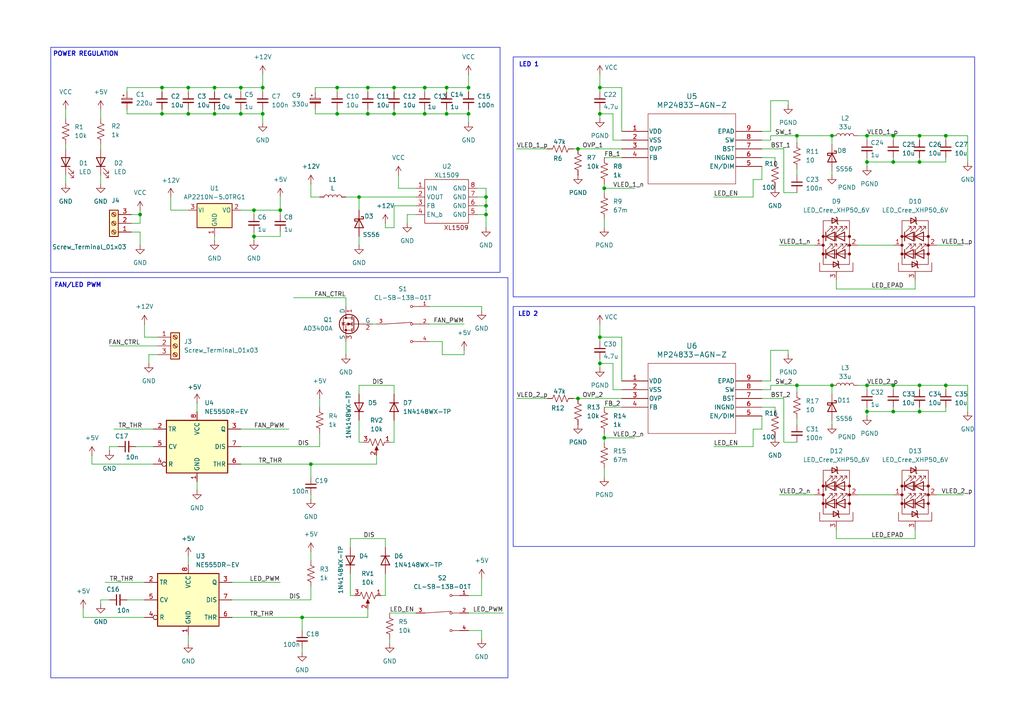
<source format=kicad_sch>
(kicad_sch (version 20250114) (generator "eeschema") (generator_version "9.0")
  (paper "A4")
  (rectangle (start 148.844 16.51) (end 282.702 86.106))
  (rectangle (start 14.732 80.518) (end 147.32 196.596))
  (rectangle (start 148.844 88.9) (end 282.702 158.496))
  (rectangle (start 14.732 13.716) (end 145.034 78.994))
  (text "FAN/LED PWM" (at 22.606 82.804 0) (effects (font (size 1.27 1.27) (thickness 0.254) (bold yes))))
  (text "LED 1\n" (at 153.416 18.796 0) (effects (font (size 1.27 1.27) (thickness 0.254) (bold yes))))
  (text "LED 2\n" (at 153.162 91.186 0) (effects (font (size 1.27 1.27) (thickness 0.254) (bold yes))))
  (text "POWER REGULATION" (at 24.892 15.748 0) (effects (font (size 1.27 1.27) (thickness 0.254) (bold yes))))
  (junction (at 173.99 25.4))
  (junction (at 97.79 25.4))
  (junction (at 135.89 33.02))
  (junction (at 266.7 39.37))
  (junction (at 87.63 179.07))
  (junction (at 114.3 25.4))
  (junction (at 167.64 115.57))
  (junction (at 54.61 33.02))
  (junction (at 73.66 60.96))
  (junction (at 54.61 25.4))
  (junction (at 106.68 33.02))
  (junction (at 76.2 25.4))
  (junction (at 259.08 111.76))
  (junction (at 274.32 39.37))
  (junction (at 231.14 39.37))
  (junction (at 129.54 25.4))
  (junction (at 76.2 33.02))
  (junction (at 106.68 25.4))
  (junction (at 241.3 39.37))
  (junction (at 266.7 46.99))
  (junction (at 259.08 39.37))
  (junction (at 266.7 119.38))
  (junction (at 173.99 97.79))
  (junction (at 46.99 25.4))
  (junction (at 62.23 25.4))
  (junction (at 140.97 57.15))
  (junction (at 81.28 60.96))
  (junction (at 73.66 68.58))
  (junction (at 274.32 111.76))
  (junction (at 69.85 33.02))
  (junction (at 251.46 39.37))
  (junction (at 40.64 62.23))
  (junction (at 173.99 33.02))
  (junction (at 123.19 25.4))
  (junction (at 123.19 33.02))
  (junction (at 251.46 119.38))
  (junction (at 259.08 46.99))
  (junction (at 129.54 33.02))
  (junction (at 46.99 33.02))
  (junction (at 175.26 127))
  (junction (at 62.23 33.02))
  (junction (at 241.3 111.76))
  (junction (at 140.97 62.23))
  (junction (at 175.26 54.61))
  (junction (at 173.99 105.41))
  (junction (at 135.89 25.4))
  (junction (at 266.7 111.76))
  (junction (at 167.64 43.18))
  (junction (at 251.46 46.99))
  (junction (at 251.46 111.76))
  (junction (at 90.17 134.62))
  (junction (at 69.85 25.4))
  (junction (at 97.79 33.02))
  (junction (at 259.08 119.38))
  (junction (at 104.14 57.15))
  (junction (at 231.14 111.76))
  (junction (at 140.97 59.69))
  (junction (at 114.3 33.02))
  (wire (pts (xy 62.23 68.58) (xy 62.23 69.85)))
  (wire (pts (xy 259.08 119.38) (xy 266.7 119.38)))
  (wire (pts (xy 26.67 134.62) (xy 44.45 134.62)))
  (wire (pts (xy 241.3 111.76) (xy 241.3 114.3)))
  (wire (pts (xy 231.14 39.37) (xy 231.14 41.402)))
  (wire (pts (xy 38.1 67.31) (xy 40.64 67.31)))
  (wire (pts (xy 54.61 33.02) (xy 54.61 31.75)))
  (wire (pts (xy 104.14 57.15) (xy 104.14 60.96)))
  (wire (pts (xy 106.68 179.07) (xy 87.63 179.07)))
  (wire (pts (xy 114.3 66.04) (xy 111.76 66.04)))
  (wire (pts (xy 101.6 156.21) (xy 101.6 158.75)))
  (wire (pts (xy 45.72 97.79) (xy 41.91 97.79)))
  (wire (pts (xy 220.98 120.65) (xy 220.98 124.46)))
  (wire (pts (xy 227.33 128.27) (xy 227.33 115.57)))
  (wire (pts (xy 129.54 33.02) (xy 123.19 33.02)))
  (wire (pts (xy 259.08 40.64) (xy 259.08 39.37)))
  (wire (pts (xy 259.08 46.99) (xy 251.46 46.99)))
  (wire (pts (xy 54.61 25.4) (xy 46.99 25.4)))
  (wire (pts (xy 118.11 62.23) (xy 118.11 64.77)))
  (wire (pts (xy 274.32 46.99) (xy 266.7 46.99)))
  (wire (pts (xy 54.61 25.4) (xy 62.23 25.4)))
  (wire (pts (xy 251.46 111.76) (xy 251.46 113.03)))
  (wire (pts (xy 31.75 100.33) (xy 45.72 100.33)))
  (wire (pts (xy 138.43 59.69) (xy 140.97 59.69)))
  (wire (pts (xy 135.89 33.02) (xy 135.89 35.56)))
  (wire (pts (xy 135.89 172.72) (xy 139.7 172.72)))
  (wire (pts (xy 69.85 124.46) (xy 83.82 124.46)))
  (wire (pts (xy 76.2 21.59) (xy 76.2 25.4)))
  (wire (pts (xy 223.52 39.37) (xy 223.52 40.64)))
  (wire (pts (xy 124.46 88.9) (xy 139.7 88.9)))
  (wire (pts (xy 129.54 31.75) (xy 129.54 33.02)))
  (wire (pts (xy 226.06 143.51) (xy 236.22 143.51)))
  (wire (pts (xy 274.32 45.72) (xy 274.32 46.99)))
  (wire (pts (xy 251.46 46.99) (xy 251.46 48.26)))
  (wire (pts (xy 115.57 50.8) (xy 115.57 54.61)))
  (wire (pts (xy 259.08 45.72) (xy 259.08 46.99)))
  (wire (pts (xy 220.98 43.18) (xy 227.33 43.18)))
  (wire (pts (xy 104.14 57.15) (xy 120.65 57.15)))
  (wire (pts (xy 29.21 31.75) (xy 29.21 34.29)))
  (wire (pts (xy 175.26 125.73) (xy 175.26 127)))
  (wire (pts (xy 90.17 170.18) (xy 90.17 173.99)))
  (wire (pts (xy 274.32 118.11) (xy 274.32 119.38)))
  (wire (pts (xy 73.66 68.58) (xy 73.66 69.85)))
  (wire (pts (xy 106.68 33.02) (xy 114.3 33.02)))
  (wire (pts (xy 81.28 62.23) (xy 81.28 60.96)))
  (wire (pts (xy 231.14 49.022) (xy 231.14 50.8)))
  (wire (pts (xy 90.17 134.62) (xy 90.17 138.43)))
  (wire (pts (xy 69.85 134.62) (xy 90.17 134.62)))
  (wire (pts (xy 30.48 168.91) (xy 41.91 168.91)))
  (wire (pts (xy 248.92 111.76) (xy 251.46 111.76)))
  (wire (pts (xy 129.54 25.4) (xy 135.89 25.4)))
  (wire (pts (xy 91.44 25.4) (xy 97.79 25.4)))
  (wire (pts (xy 92.71 57.15) (xy 90.17 57.15)))
  (wire (pts (xy 138.43 57.15) (xy 140.97 57.15)))
  (wire (pts (xy 135.89 25.4) (xy 135.89 26.67)))
  (wire (pts (xy 135.89 33.02) (xy 129.54 33.02)))
  (wire (pts (xy 76.2 33.02) (xy 76.2 35.56)))
  (wire (pts (xy 73.66 60.96) (xy 73.66 62.23)))
  (wire (pts (xy 36.83 25.4) (xy 46.99 25.4)))
  (wire (pts (xy 259.08 111.76) (xy 266.7 111.76)))
  (wire (pts (xy 223.52 38.1) (xy 223.52 29.21)))
  (wire (pts (xy 149.86 115.57) (xy 158.75 115.57)))
  (wire (pts (xy 73.66 67.31) (xy 73.66 68.58)))
  (wire (pts (xy 266.7 111.76) (xy 266.7 113.03)))
  (wire (pts (xy 33.02 124.46) (xy 44.45 124.46)))
  (wire (pts (xy 220.98 110.49) (xy 223.52 110.49)))
  (wire (pts (xy 104.14 111.76) (xy 104.14 114.3)))
  (wire (pts (xy 274.32 111.76) (xy 274.32 113.03)))
  (wire (pts (xy 274.32 111.76) (xy 280.67 111.76)))
  (wire (pts (xy 167.64 115.57) (xy 180.34 115.57)))
  (wire (pts (xy 274.32 39.37) (xy 280.67 39.37)))
  (wire (pts (xy 76.2 33.02) (xy 69.85 33.02)))
  (wire (pts (xy 173.99 105.41) (xy 173.99 106.68)))
  (wire (pts (xy 62.23 31.75) (xy 62.23 33.02)))
  (wire (pts (xy 124.46 93.98) (xy 134.62 93.98)))
  (wire (pts (xy 91.44 33.02) (xy 97.79 33.02)))
  (wire (pts (xy 19.05 41.91) (xy 19.05 43.18)))
  (wire (pts (xy 139.7 185.42) (xy 139.7 182.88)))
  (wire (pts (xy 173.99 97.79) (xy 180.34 97.79)))
  (wire (pts (xy 180.34 118.11) (xy 175.26 118.11)))
  (wire (pts (xy 271.78 71.12) (xy 279.4 71.12)))
  (wire (pts (xy 140.97 57.15) (xy 140.97 59.69)))
  (wire (pts (xy 26.67 132.08) (xy 26.67 134.62)))
  (wire (pts (xy 19.05 31.75) (xy 19.05 34.29)))
  (wire (pts (xy 91.44 26.67) (xy 91.44 25.4)))
  (wire (pts (xy 73.66 60.96) (xy 81.28 60.96)))
  (wire (pts (xy 62.23 25.4) (xy 69.85 25.4)))
  (wire (pts (xy 46.99 33.02) (xy 36.83 33.02)))
  (wire (pts (xy 81.28 68.58) (xy 73.66 68.58)))
  (wire (pts (xy 251.46 45.72) (xy 251.46 46.99)))
  (wire (pts (xy 40.64 60.96) (xy 40.64 62.23)))
  (wire (pts (xy 97.79 26.67) (xy 97.79 25.4)))
  (wire (pts (xy 69.85 33.02) (xy 62.23 33.02)))
  (wire (pts (xy 29.21 41.91) (xy 29.21 43.18)))
  (wire (pts (xy 271.78 143.51) (xy 279.4 143.51)))
  (wire (pts (xy 248.92 39.37) (xy 251.46 39.37)))
  (wire (pts (xy 223.52 40.64) (xy 220.98 40.64)))
  (wire (pts (xy 242.57 156.21) (xy 242.57 153.67)))
  (wire (pts (xy 265.43 83.82) (xy 242.57 83.82)))
  (wire (pts (xy 101.6 166.37) (xy 101.6 172.72)))
  (wire (pts (xy 113.03 185.42) (xy 113.03 186.69)))
  (wire (pts (xy 175.26 54.61) (xy 175.26 55.88)))
  (wire (pts (xy 231.14 128.27) (xy 227.33 128.27)))
  (wire (pts (xy 67.31 179.07) (xy 87.63 179.07)))
  (wire (pts (xy 135.89 21.59) (xy 135.89 25.4)))
  (wire (pts (xy 69.85 25.4) (xy 76.2 25.4)))
  (wire (pts (xy 180.34 45.72) (xy 175.26 45.72)))
  (wire (pts (xy 104.14 121.92) (xy 104.14 128.27)))
  (wire (pts (xy 224.79 118.11) (xy 224.79 119.126)))
  (wire (pts (xy 266.7 39.37) (xy 266.7 40.64)))
  (wire (pts (xy 111.76 172.72) (xy 110.49 172.72)))
  (wire (pts (xy 177.8 33.02) (xy 177.8 40.64)))
  (wire (pts (xy 259.08 39.37) (xy 266.7 39.37)))
  (wire (pts (xy 140.97 59.69) (xy 140.97 62.23)))
  (wire (pts (xy 104.14 68.58) (xy 104.14 71.12)))
  (wire (pts (xy 177.8 105.41) (xy 173.99 105.41)))
  (wire (pts (xy 87.63 179.07) (xy 87.63 182.88)))
  (wire (pts (xy 46.99 31.75) (xy 46.99 33.02)))
  (wire (pts (xy 140.97 54.61) (xy 140.97 57.15)))
  (wire (pts (xy 173.99 104.14) (xy 173.99 105.41)))
  (wire (pts (xy 38.1 62.23) (xy 40.64 62.23)))
  (wire (pts (xy 135.89 177.8) (xy 146.05 177.8)))
  (wire (pts (xy 218.44 52.07) (xy 218.44 57.15)))
  (wire (pts (xy 220.98 115.57) (xy 227.33 115.57)))
  (wire (pts (xy 114.3 25.4) (xy 123.19 25.4)))
  (wire (pts (xy 114.3 111.76) (xy 104.14 111.76)))
  (wire (pts (xy 167.64 43.18) (xy 180.34 43.18)))
  (wire (pts (xy 36.83 173.99) (xy 41.91 173.99)))
  (wire (pts (xy 106.68 25.4) (xy 106.68 26.67)))
  (wire (pts (xy 177.8 40.64) (xy 180.34 40.64)))
  (wire (pts (xy 259.08 119.38) (xy 251.46 119.38)))
  (wire (pts (xy 111.76 156.21) (xy 101.6 156.21)))
  (wire (pts (xy 280.67 39.37) (xy 280.67 46.99)))
  (wire (pts (xy 67.31 173.99) (xy 90.17 173.99)))
  (wire (pts (xy 24.13 179.07) (xy 41.91 179.07)))
  (wire (pts (xy 43.18 102.87) (xy 45.72 102.87)))
  (wire (pts (xy 220.98 45.72) (xy 224.79 45.72)))
  (wire (pts (xy 265.43 81.28) (xy 265.43 83.82)))
  (wire (pts (xy 207.01 129.54) (xy 218.44 129.54)))
  (wire (pts (xy 69.85 25.4) (xy 69.85 26.67)))
  (wire (pts (xy 220.98 124.46) (xy 218.44 124.46)))
  (wire (pts (xy 173.99 25.4) (xy 173.99 26.67)))
  (wire (pts (xy 123.19 25.4) (xy 123.19 26.67)))
  (wire (pts (xy 97.79 33.02) (xy 97.79 31.75)))
  (wire (pts (xy 67.31 168.91) (xy 81.28 168.91)))
  (wire (pts (xy 46.99 33.02) (xy 54.61 33.02)))
  (wire (pts (xy 138.43 62.23) (xy 140.97 62.23)))
  (wire (pts (xy 266.7 111.76) (xy 274.32 111.76)))
  (wire (pts (xy 259.08 118.11) (xy 259.08 119.38)))
  (wire (pts (xy 251.46 111.76) (xy 259.08 111.76)))
  (wire (pts (xy 29.21 173.99) (xy 31.75 173.99)))
  (wire (pts (xy 231.14 111.76) (xy 231.14 113.792)))
  (wire (pts (xy 111.76 166.37) (xy 111.76 172.72)))
  (wire (pts (xy 24.13 176.53) (xy 24.13 179.07)))
  (wire (pts (xy 31.75 129.54) (xy 34.29 129.54)))
  (wire (pts (xy 135.89 31.75) (xy 135.89 33.02)))
  (wire (pts (xy 123.19 25.4) (xy 129.54 25.4)))
  (wire (pts (xy 92.71 115.57) (xy 92.71 118.11)))
  (wire (pts (xy 114.3 59.69) (xy 114.3 66.04)))
  (wire (pts (xy 223.52 101.6) (xy 228.6 101.6)))
  (wire (pts (xy 128.27 102.87) (xy 128.27 99.06)))
  (wire (pts (xy 259.08 46.99) (xy 266.7 46.99)))
  (wire (pts (xy 180.34 97.79) (xy 180.34 110.49)))
  (wire (pts (xy 36.83 26.67) (xy 36.83 25.4)))
  (wire (pts (xy 106.68 176.53) (xy 106.68 179.07)))
  (wire (pts (xy 120.65 59.69) (xy 114.3 59.69)))
  (wire (pts (xy 177.8 33.02) (xy 173.99 33.02)))
  (wire (pts (xy 40.64 62.23) (xy 40.64 64.77)))
  (wire (pts (xy 149.86 43.18) (xy 158.75 43.18)))
  (wire (pts (xy 173.99 21.59) (xy 173.99 25.4)))
  (wire (pts (xy 36.83 31.75) (xy 36.83 33.02)))
  (wire (pts (xy 139.7 88.9) (xy 139.7 90.17)))
  (wire (pts (xy 97.79 25.4) (xy 106.68 25.4)))
  (wire (pts (xy 173.99 97.79) (xy 173.99 99.06)))
  (wire (pts (xy 241.3 39.37) (xy 241.3 41.91)))
  (wire (pts (xy 62.23 33.02) (xy 54.61 33.02)))
  (wire (pts (xy 228.6 101.6) (xy 228.6 102.87)))
  (wire (pts (xy 54.61 184.15) (xy 54.61 186.69)))
  (wire (pts (xy 46.99 25.4) (xy 46.99 26.67)))
  (wire (pts (xy 87.63 187.96) (xy 87.63 189.23)))
  (wire (pts (xy 57.15 139.7) (xy 57.15 142.24)))
  (wire (pts (xy 177.8 105.41) (xy 177.8 113.03)))
  (wire (pts (xy 175.26 63.5) (xy 175.26 66.04)))
  (wire (pts (xy 251.46 119.38) (xy 251.46 120.65)))
  (wire (pts (xy 266.7 45.72) (xy 266.7 46.99)))
  (wire (pts (xy 90.17 143.51) (xy 90.17 144.78)))
  (wire (pts (xy 76.2 31.75) (xy 76.2 33.02)))
  (wire (pts (xy 49.53 60.96) (xy 54.61 60.96)))
  (wire (pts (xy 54.61 26.67) (xy 54.61 25.4)))
  (wire (pts (xy 223.52 29.21) (xy 228.6 29.21)))
  (wire (pts (xy 266.7 39.37) (xy 274.32 39.37)))
  (wire (pts (xy 107.95 93.98) (xy 109.22 93.98)))
  (wire (pts (xy 241.3 121.92) (xy 241.3 123.19)))
  (wire (pts (xy 231.14 121.412) (xy 231.14 123.19)))
  (wire (pts (xy 19.05 50.8) (xy 19.05 53.34)))
  (wire (pts (xy 128.27 102.87) (xy 134.62 102.87)))
  (wire (pts (xy 69.85 31.75) (xy 69.85 33.02)))
  (wire (pts (xy 231.14 55.88) (xy 227.33 55.88)))
  (wire (pts (xy 220.98 48.26) (xy 220.98 52.07)))
  (wire (pts (xy 81.28 57.15) (xy 81.28 60.96)))
  (wire (pts (xy 128.27 99.06) (xy 124.46 99.06)))
  (wire (pts (xy 69.85 129.54) (xy 92.71 129.54)))
  (wire (pts (xy 231.14 39.37) (xy 223.52 39.37)))
  (wire (pts (xy 173.99 31.75) (xy 173.99 33.02)))
  (wire (pts (xy 134.62 102.87) (xy 134.62 101.6)))
  (wire (pts (xy 226.06 71.12) (xy 236.22 71.12)))
  (wire (pts (xy 109.22 134.62) (xy 90.17 134.62)))
  (wire (pts (xy 224.79 45.72) (xy 224.79 46.736)))
  (wire (pts (xy 114.3 121.92) (xy 114.3 128.27)))
  (wire (pts (xy 114.3 25.4) (xy 106.68 25.4)))
  (wire (pts (xy 138.43 54.61) (xy 140.97 54.61)))
  (wire (pts (xy 242.57 83.82) (xy 242.57 81.28)))
  (wire (pts (xy 111.76 64.77) (xy 111.76 66.04)))
  (wire (pts (xy 207.01 57.15) (xy 218.44 57.15)))
  (wire (pts (xy 259.08 113.03) (xy 259.08 111.76)))
  (wire (pts (xy 114.3 33.02) (xy 114.3 31.75)))
  (wire (pts (xy 224.79 54.356) (xy 224.79 54.61)))
  (wire (pts (xy 251.46 39.37) (xy 251.46 40.64)))
  (wire (pts (xy 173.99 33.02) (xy 173.99 34.29)))
  (wire (pts (xy 54.61 161.29) (xy 54.61 163.83)))
  (wire (pts (xy 62.23 25.4) (xy 62.23 26.67)))
  (wire (pts (xy 90.17 160.02) (xy 90.17 162.56)))
  (wire (pts (xy 92.71 125.73) (xy 92.71 129.54)))
  (wire (pts (xy 140.97 62.23) (xy 140.97 66.04)))
  (wire (pts (xy 129.54 25.4) (xy 129.54 26.67)))
  (wire (pts (xy 265.43 153.67) (xy 265.43 156.21)))
  (wire (pts (xy 274.32 39.37) (xy 274.32 40.64)))
  (wire (pts (xy 175.26 135.89) (xy 175.26 138.43)))
  (wire (pts (xy 227.33 55.88) (xy 227.33 43.18)))
  (wire (pts (xy 223.52 111.76) (xy 223.52 113.03)))
  (wire (pts (xy 166.37 115.57) (xy 167.64 115.57)))
  (wire (pts (xy 49.53 57.15) (xy 49.53 60.96)))
  (wire (pts (xy 180.34 25.4) (xy 180.34 38.1)))
  (wire (pts (xy 76.2 25.4) (xy 76.2 26.67)))
  (wire (pts (xy 100.33 86.36) (xy 85.09 86.36)))
  (wire (pts (xy 81.28 67.31) (xy 81.28 68.58)))
  (wire (pts (xy 241.3 49.53) (xy 241.3 50.8)))
  (wire (pts (xy 248.92 71.12) (xy 259.08 71.12)))
  (wire (pts (xy 248.92 143.51) (xy 259.08 143.51)))
  (wire (pts (xy 111.76 158.75) (xy 111.76 156.21)))
  (wire (pts (xy 106.68 31.75) (xy 106.68 33.02)))
  (wire (pts (xy 40.64 67.31) (xy 40.64 71.12)))
  (wire (pts (xy 29.21 175.26) (xy 29.21 173.99)))
  (wire (pts (xy 104.14 128.27) (xy 105.41 128.27)))
  (wire (pts (xy 31.75 130.81) (xy 31.75 129.54)))
  (wire (pts (xy 173.99 25.4) (xy 180.34 25.4)))
  (wire (pts (xy 100.33 99.06) (xy 100.33 102.87)))
  (wire (pts (xy 266.7 118.11) (xy 266.7 119.38)))
  (wire (pts (xy 175.26 54.61) (xy 184.15 54.61)))
  (wire (pts (xy 175.26 127) (xy 175.26 128.27)))
  (wire (pts (xy 265.43 156.21) (xy 242.57 156.21)))
  (wire (pts (xy 90.17 53.34) (xy 90.17 57.15)))
  (wire (pts (xy 231.14 111.76) (xy 223.52 111.76)))
  (wire (pts (xy 113.03 177.8) (xy 120.65 177.8)))
  (wire (pts (xy 251.46 118.11) (xy 251.46 119.38)))
  (wire (pts (xy 101.6 172.72) (xy 102.87 172.72)))
  (wire (pts (xy 114.3 128.27) (xy 113.03 128.27)))
  (wire (pts (xy 274.32 119.38) (xy 266.7 119.38)))
  (wire (pts (xy 220.98 38.1) (xy 223.52 38.1)))
  (wire (pts (xy 139.7 182.88) (xy 135.89 182.88)))
  (wire (pts (xy 139.7 167.64) (xy 139.7 172.72)))
  (wire (pts (xy 69.85 60.96) (xy 73.66 60.96)))
  (wire (pts (xy 251.46 39.37) (xy 259.08 39.37)))
  (wire (pts (xy 57.15 116.84) (xy 57.15 119.38)))
  (wire (pts (xy 166.37 43.18) (xy 167.64 43.18)))
  (wire (pts (xy 39.37 129.54) (xy 44.45 129.54)))
  (wire (pts (xy 123.19 31.75) (xy 123.19 33.02)))
  (wire (pts (xy 173.99 93.98) (xy 173.99 97.79)))
  (wire (pts (xy 280.67 111.76) (xy 280.67 119.38)))
  (wire (pts (xy 29.21 50.8) (xy 29.21 53.34)))
  (wire (pts (xy 114.3 26.67) (xy 114.3 25.4)))
  (wire (pts (xy 175.26 127) (xy 184.15 127)))
  (wire (pts (xy 100.33 88.9) (xy 100.33 86.36)))
  (wire (pts (xy 120.65 54.61) (xy 115.57 54.61)))
  (wire (pts (xy 223.52 110.49) (xy 223.52 101.6)))
  (wire (pts (xy 91.44 31.75) (xy 91.44 33.02)))
  (wire (pts (xy 109.22 132.08) (xy 109.22 134.62)))
  (wire (pts (xy 114.3 114.3) (xy 114.3 111.76)))
  (wire (pts (xy 218.44 124.46) (xy 218.44 129.54)))
  (wire (pts (xy 100.33 57.15) (xy 104.14 57.15)))
  (wire (pts (xy 231.14 39.37) (xy 241.3 39.37)))
  (wire (pts (xy 106.68 33.02) (xy 97.79 33.02)))
  (wire (pts (xy 228.6 29.21) (xy 228.6 30.48)))
  (wire (pts (xy 220.98 52.07) (xy 218.44 52.07)))
  (wire (pts (xy 224.79 126.746) (xy 224.79 127)))
  (wire (pts (xy 175.26 53.34) (xy 175.26 54.61)))
  (wire (pts (xy 114.3 33.02) (xy 123.19 33.02)))
  (wire (pts (xy 43.18 105.41) (xy 43.18 102.87)))
  (wire (pts (xy 177.8 113.03) (xy 180.34 113.03)))
  (wire (pts (xy 223.52 113.03) (xy 220.98 113.03)))
  (wire (pts (xy 41.91 93.98) (xy 41.91 97.79)))
  (wire (pts (xy 120.65 62.23) (xy 118.11 62.23)))
  (wire (pts (xy 231.14 111.76) (xy 241.3 111.76)))
  (wire (pts (xy 220.98 118.11) (xy 224.79 118.11)))
  (wire (pts (xy 40.64 64.77) (xy 38.1 64.77)))
  (label "BST_1" (at 223.52 43.18 0))
  (label "LED_EPAD" (at 252.73 83.82 0))
  (label "VLED_1_n" (at 177.8 54.61 0))
  (label "FAN_PWM" (at 73.66 124.46 0))
  (label "LED_EN" (at 207.01 57.15 0))
  (label "OVP_1" (at 168.91 43.18 0))
  (label "VLED_1_p" (at 251.46 39.37 0))
  (label "VLED_2_p" (at 149.86 115.57 0))
  (label "FB_2" (at 175.26 118.11 0))
  (label "TR_THR" (at 72.39 179.07 0))
  (label "FAN_CTRL" (at 40.64 100.33 180))
  (label "DIS" (at 86.36 129.54 0))
  (label "LED_PWM" (at 72.39 168.91 0))
  (label "DIS" (at 107.95 111.76 0))
  (label "TR_THR" (at 31.75 168.91 0))
  (label "DIS" (at 105.41 156.21 0))
  (label "OVP_2" (at 168.91 115.57 0))
  (label "SW_2" (at 224.79 111.76 0))
  (label "LED_EN" (at 113.03 177.8 0))
  (label "FAN_PWM" (at 125.73 93.98 0))
  (label "DIS" (at 83.82 173.99 0))
  (label "BST_2" (at 223.52 115.57 0))
  (label "VLED_1_p" (at 149.86 43.18 0))
  (label "LED_EPAD" (at 252.73 156.21 0))
  (label "VLED_2_p" (at 251.46 111.76 0))
  (label "SW_1" (at 224.79 39.37 0))
  (label "TR_THR" (at 34.29 124.46 0))
  (label "FAN_CTRL" (at 100.33 86.36 180))
  (label "LED_PWM" (at 137.16 177.8 0))
  (label "FB_1" (at 175.26 45.72 0))
  (label "VLED_2_n" (at 177.8 127 0))
  (label "VLED_1_n" (at 226.06 71.12 0))
  (label "LED_EN" (at 207.01 129.54 0))
  (label "VLED_2_n" (at 226.06 143.51 0))
  (label "VLED_2_p" (at 273.05 143.51 0))
  (label "VLED_1_p" (at 273.05 71.12 0))
  (label "TR_THR" (at 74.93 134.62 0))
  (symbol (lib_id "power:GND") (at 228.6 30.48 0) (unit 1)
    (property "Reference" "#PWR0135" (effects (hide yes)))
    (property "Value" "PGND" (at 228.6 35.56 0))
    (property "Description" "Power symbol creates a global label with name \"GND\" , ground" (effects (hide yes)))
  )
  (symbol (lib_id "power:GND") (at 19.05 53.34 0) (unit 1)
    (property "Reference" "#PWR0104" (effects (hide yes)))
    (property "Value" "GND" (at 19.05 58.42 0))
    (property "Description" "Power symbol creates a global label with name \"GND\" , ground" (effects (hide yes)))
  )
  (symbol (lib_id "power:+5V") (at 92.71 115.57 0) (unit 1)
    (property "Reference" "#PWR0155" (effects (hide yes)))
    (property "Value" "+5V" (at 92.71 110.49 0))
    (property "Description" "Power symbol creates a global label with name \"+5V\"" (effects (hide yes)))
  )
  (symbol (lib_id "CL-SB-13B-01T:CL-SB-13B-01T") (at 116.84 93.98 0) (unit 1)
    (property "Reference" "S1" (at 116.84 83.82 0))
    (property "Value" "CL-SB-13B-01T" (at 116.84 86.36 0))
    (property "Footprint" "compact_LED_Panel_footprints:SW_CL-SB-13B-01T" (effects (hide yes)))
    (property "PARTREV" "N/A" (effects (hide yes)))
    (property "STANDARD" "Manufacturer Recommendations" (effects (hide yes)))
    (property "MAXIMUM_PACKAGE_HEIGHT" "5.50mm" (effects (hide yes)))
    (property "MANUFACTURER" "Nidec" (effects (hide yes)))
  )
  (symbol (lib_id "Device:C_Small") (at 274.32 115.57 0) (unit 1)
    (property "Reference" "C35" (at 276.86 114.3062 0) (effects (justify left)))
    (property "Value" "10u" (at 276.86 116.8462 0) (effects (justify left)))
    (property "Footprint" "Capacitor_SMD:C_0603_1608Metric_Pad1.08x0.95mm_HandSolder" (effects (hide yes)))
    (property "Description" "Unpolarized capacitor, small symbol" (effects (hide yes)))
  )
  (symbol (lib_id "Library1:EVVO_XL1509") (at 128.27 59.69 0) (unit 1)
    (property "Reference" "U2" (at 129.5865 48.26 0))
    (property "Value" "XL1509" (at 129.5865 50.8 0))
    (property "Footprint" "Package_SO:SOIC-8_3.9x4.9mm_P1.27mm" (effects (hide yes)))
    (property "Datasheet" "https://mm.digikey.com/Volume0/opasdata/d220001/medias/docus/7158/5272_XL1509-12-EV.pdf" (effects (hide yes)))
  )
  (symbol (lib_id "power:GND") (at 167.64 123.19 0) (unit 1)
    (property "Reference" "#PWR0123" (effects (hide yes)))
    (property "Value" "PGND" (at 167.64 128.27 0))
    (property "Description" "Power symbol creates a global label with name \"GND\" , ground" (effects (hide yes)))
  )
  (symbol (lib_id "power:VCC") (at 19.05 31.75 0) (unit 1)
    (property "Reference" "#PWR0105" (effects (hide yes)))
    (property "Value" "VCC" (at 19.05 26.67 0))
    (property "Description" "Power symbol creates a global label with name \"VCC\"" (effects (hide yes)))
  )
  (symbol (lib_id "LED:LED_Cree_XHP50_6V") (at 242.57 71.12 0) (unit 1)
    (property "Reference" "D9" (at 242.57 58.42 0))
    (property "Value" "LED_Cree_XHP50_6V" (at 242.57 60.96 0))
    (property "Footprint" "LED_SMD:LED_Cree-XHP50_6V" (effects (hide yes)))
    (property "Datasheet" "http://www.cree.com/%7E/media/Files/Cree/LED%20Components%20and%20Modules/XLamp/Data%20and%20Binning/ds%20XHP50.pdf" (effects (hide yes)))
    (property "Description" "XLamp® XHP50 LED, 6V footprint (2x2 serial LEDs in parallel)" (effects (hide yes)))
  )
  (symbol (lib_id "Device:R_US") (at 162.56 115.57 90) (unit 1)
    (property "Reference" "R12" (at 161.798 118.364 90))
    (property "Value" "47k" (at 162.306 113.538 90))
    (property "Footprint" "Resistor_SMD:R_0402_1005Metric_Pad0.72x0.64mm_HandSolder" (effects (hide yes)))
    (property "Description" "Resistor, US symbol" (effects (hide yes)))
  )
  (symbol (lib_id "power:+5V") (at 81.28 57.15 0) (unit 1)
    (property "Reference" "#PWR0110" (effects (hide yes)))
    (property "Value" "+5V" (at 81.28 52.07 0))
    (property "Description" "Power symbol creates a global label with name \"+5V\"" (effects (hide yes)))
  )
  (symbol (lib_id "power:GND") (at 241.3 50.8 0) (unit 1)
    (property "Reference" "#PWR0132" (effects (hide yes)))
    (property "Value" "PGND" (at 245.618 54.356 0))
    (property "Description" "Power symbol creates a global label with name \"GND\" , ground" (effects (hide yes)))
  )
  (symbol (lib_id "CL-SB-13B-01T:CL-SB-13B-01T") (at 128.27 177.8 0) (unit 1)
    (property "Reference" "S2" (at 128.27 167.64 0))
    (property "Value" "CL-SB-13B-01T" (at 128.27 170.18 0))
    (property "Footprint" "compact_LED_Panel_footprints:SW_CL-SB-13B-01T" (effects (hide yes)))
    (property "PARTREV" "N/A" (effects (hide yes)))
    (property "STANDARD" "Manufacturer Recommendations" (effects (hide yes)))
    (property "MAXIMUM_PACKAGE_HEIGHT" "5.50mm" (effects (hide yes)))
    (property "MANUFACTURER" "Nidec" (effects (hide yes)))
  )
  (symbol (lib_id "power:GND") (at 104.14 71.12 0) (unit 1)
    (property "Reference" "#PWR0101" (effects (hide yes)))
    (property "Value" "GND" (at 104.14 76.2 0))
    (property "Description" "Power symbol creates a global label with name \"GND\" , ground" (effects (hide yes)))
  )
  (symbol (lib_id "Device:R_US") (at 231.14 117.602 0) (unit 1)
    (property "Reference" "R17" (at 233.68 116.3319 0) (effects (justify left)))
    (property "Value" "10" (at 233.68 118.8719 0) (effects (justify left)))
    (property "Footprint" "Resistor_SMD:R_0603_1608Metric_Pad0.98x0.95mm_HandSolder" (effects (hide yes)))
    (property "Description" "Resistor, US symbol" (effects (hide yes)))
  )
  (symbol (lib_id "Device:C_Small") (at 97.79 29.21 0) (unit 1)
    (property "Reference" "C10" (at 100.33 27.9462 0) (effects (justify left)))
    (property "Value" "10u" (at 100.33 30.4862 0) (effects (justify left)))
    (property "Footprint" "Capacitor_SMD:C_0603_1608Metric_Pad1.08x0.95mm_HandSolder" (effects (hide yes)))
    (property "Description" "Unpolarized capacitor, small symbol" (effects (hide yes)))
  )
  (symbol (lib_id "Device:C_Small") (at 106.68 29.21 0) (unit 1)
    (property "Reference" "C11" (at 109.22 27.9462 0) (effects (justify left)))
    (property "Value" "10u" (at 109.22 30.4862 0) (effects (justify left)))
    (property "Footprint" "Capacitor_SMD:C_0603_1608Metric_Pad1.08x0.95mm_HandSolder" (effects (hide yes)))
    (property "Description" "Unpolarized capacitor, small symbol" (effects (hide yes)))
  )
  (symbol (lib_id "Device:R_US") (at 113.03 181.61 0) (unit 1)
    (property "Reference" "R5" (at 115.57 180.3399 0) (effects (justify left)))
    (property "Value" "10k" (at 115.57 182.8799 0) (effects (justify left)))
    (property "Footprint" "Resistor_SMD:R_0402_1005Metric_Pad0.72x0.64mm_HandSolder" (effects (hide yes)))
    (property "Description" "Resistor, US symbol" (effects (hide yes)))
  )
  (symbol (lib_id "Device:C_Small") (at 231.14 53.34 0) (unit 1)
    (property "Reference" "C23" (at 233.68 52.0762 0) (effects (justify left)))
    (property "Value" "100n" (at 233.68 54.6162 0) (effects (justify left)))
    (property "Footprint" "Capacitor_SMD:C_0603_1608Metric_Pad1.08x0.95mm_HandSolder" (effects (hide yes)))
    (property "Description" "Unpolarized capacitor, small symbol" (effects (hide yes)))
  )
  (symbol (lib_id "Device:R_US") (at 29.21 38.1 0) (unit 1)
    (property "Reference" "R2" (at 32.258 36.576 0) (effects (justify left)))
    (property "Value" "1k" (at 32.258 39.116 0) (effects (justify left)))
    (property "Footprint" "Resistor_SMD:R_0402_1005Metric_Pad0.72x0.64mm_HandSolder" (effects (hide yes)))
    (property "Description" "Resistor, US symbol" (effects (hide yes)))
  )
  (symbol (lib_id "Connector:Screw_Terminal_01x03") (at 50.8 100.33 0) (unit 1)
    (property "Reference" "J3" (at 53.34 99.0599 0) (effects (justify left)))
    (property "Value" "Screw_Terminal_01x03" (at 53.34 101.5999 0) (effects (justify left)))
    (property "Footprint" "TerminalBlock:TerminalBlock_MaiXu_MX126-5.0-03P_1x03_P5.00mm" (effects (hide yes)))
    (property "Description" "Generic screw terminal, single row, 01x03, script generated (kicad-library-utils/schlib/autogen/connector/)" (effects (hide yes)))
  )
  (symbol (lib_id "Device:C_Small") (at 251.46 43.18 0) (unit 1)
    (property "Reference" "C24" (at 252.476 41.402 0) (effects (justify left)))
    (property "Value" "1u" (at 252.476 44.958 0) (effects (justify left)))
    (property "Footprint" "Capacitor_SMD:C_0603_1608Metric_Pad1.08x0.95mm_HandSolder" (effects (hide yes)))
    (property "Description" "Unpolarized capacitor, small symbol" (effects (hide yes)))
  )
  (symbol (lib_id "power:+12V") (at 41.91 93.98 0) (unit 1)
    (property "Reference" "#PWR0151" (effects (hide yes)))
    (property "Value" "+12V" (at 41.91 88.9 0))
    (property "Description" "Power symbol creates a global label with name \"+12V\"" (effects (hide yes)))
  )
  (symbol (lib_id "Device:R_US") (at 167.64 46.99 0) (unit 1)
    (property "Reference" "R7" (at 170.18 45.7199 0) (effects (justify left)))
    (property "Value" "10k" (at 170.18 48.2599 0) (effects (justify left)))
    (property "Footprint" "Resistor_SMD:R_0402_1005Metric_Pad0.72x0.64mm_HandSolder" (effects (hide yes)))
    (property "Description" "Resistor, US symbol" (effects (hide yes)))
  )
  (symbol (lib_id "MP24833-AGN-Z:MP24833-AGN-Z") (at 180.34 110.49 0) (unit 1)
    (property "Reference" "U6" (at 200.66 100.33 0) (effects (font (size 1.524 1.524))))
    (property "Value" "MP24833-AGN-Z" (at 200.66 102.87 0) (effects (font (size 1.524 1.524))))
    (property "Footprint" "Package_SO:SOIC-8-1EP_3.9x4.9mm_P1.27mm_EP2.514x3.2mm_ThermalVias" (effects (hide yes)))
    (property "Datasheet" "https://www.monolithicpower.com/en/documentview/productdocument/index/version/2/document_type/Datasheet/lang/en/sku/MP24833-AGN-Z" (effects (hide yes)))
  )
  (symbol (lib_id "power:+5V") (at 24.13 176.53 0) (unit 1)
    (property "Reference" "#PWR0149" (effects (hide yes)))
    (property "Value" "+5V" (at 24.13 171.45 0))
    (property "Description" "Power symbol creates a global label with name \"+5V\"" (effects (hide yes)))
  )
  (symbol (lib_id "Device:C_Small") (at 46.99 29.21 0) (unit 1)
    (property "Reference" "C2" (at 49.53 27.9462 0) (effects (justify left)))
    (property "Value" "10u" (at 49.53 30.4862 0) (effects (justify left)))
    (property "Footprint" "Capacitor_SMD:C_0603_1608Metric_Pad1.08x0.95mm_HandSolder" (effects (hide yes)))
    (property "Description" "Unpolarized capacitor, small symbol" (effects (hide yes)))
  )
  (symbol (lib_id "Regulator_Linear:AP2127N3-1.2") (at 62.23 60.96 0) (unit 1)
    (property "Reference" "U1" (at 62.23 54.61 0))
    (property "Value" "AP2210N-5.0TRG1" (at 62.23 57.15 0))
    (property "Footprint" "Package_TO_SOT_SMD:TSOT-23" (effects (hide yes)))
    (property "Datasheet" "https://www.diodes.com/assets/Datasheets/AP2210.pdf" (effects (hide yes)))
    (property "Description" "IC REG LINEAR 5V 300MA SOT23-3" (effects (hide yes)))
  )
  (symbol (lib_id "power:GND") (at 29.21 175.26 0) (unit 1)
    (property "Reference" "#PWR0156" (effects (hide yes)))
    (property "Value" "GND" (at 29.21 180.34 0))
    (property "Description" "Power symbol creates a global label with name \"GND\" , ground" (effects (hide yes)))
  )
  (symbol (lib_id "power:VCC") (at 40.64 60.96 0) (unit 1)
    (property "Reference" "#PWR0118" (effects (hide yes)))
    (property "Value" "VCC" (at 40.64 55.88 0))
    (property "Description" "Power symbol creates a global label with name \"VCC\"" (effects (hide yes)))
  )
  (symbol (lib_id "power:VCC") (at 115.57 50.8 0) (unit 1)
    (property "Reference" "#PWR0117" (effects (hide yes)))
    (property "Value" "VCC" (at 115.57 45.72 0))
    (property "Description" "Power symbol creates a global label with name \"VCC\"" (effects (hide yes)))
  )
  (symbol (lib_id "Timer:NE555D") (at 57.15 129.54 0) (unit 1)
    (property "Reference" "U4" (at 59.2933 116.84 0) (effects (justify left)))
    (property "Value" "NE555DR-EV" (at 59.2933 119.38 0) (effects (justify left)))
    (property "Footprint" "Package_SO:SOIC-8_3.9x4.9mm_P1.27mm" (effects (hide yes)))
    (property "Datasheet" "https://mm.digikey.com/Volume0/opasdata/d220001/medias/docus/7158/5272_NE555DR-EV.pdf" (effects (hide yes)))
    (property "Description" "Precision Timers, 555 compatible, SOIC-8" (effects (hide yes)))
  )
  (symbol (lib_id "power:GND") (at 87.63 189.23 0) (unit 1)
    (property "Reference" "#PWR0145" (effects (hide yes)))
    (property "Value" "GND" (at 87.63 194.31 0))
    (property "Description" "Power symbol creates a global label with name \"GND\" , ground" (effects (hide yes)))
  )
  (symbol (lib_id "power:GND") (at 224.79 54.61 0) (unit 1)
    (property "Reference" "#PWR0137" (effects (hide yes)))
    (property "Value" "GND" (at 224.79 59.69 0))
    (property "Description" "Power symbol creates a global label with name \"GND\" , ground" (effects (hide yes)))
  )
  (symbol (lib_id "power:+5V") (at 57.15 116.84 0) (unit 1)
    (property "Reference" "#PWR0152" (effects (hide yes)))
    (property "Value" "+5V" (at 56.388 112.268 0))
    (property "Description" "Power symbol creates a global label with name \"+5V\"" (effects (hide yes)))
  )
  (symbol (lib_id "power:GND") (at 228.6 102.87 0) (unit 1)
    (property "Reference" "#PWR0130" (effects (hide yes)))
    (property "Value" "PGND" (at 228.6 107.95 0))
    (property "Description" "Power symbol creates a global label with name \"GND\" , ground" (effects (hide yes)))
  )
  (symbol (lib_id "power:GND") (at 40.64 71.12 0) (unit 1)
    (property "Reference" "#PWR0111" (effects (hide yes)))
    (property "Value" "GND" (at 40.64 76.2 0))
    (property "Description" "Power symbol creates a global label with name \"GND\" , ground" (effects (hide yes)))
  )
  (symbol (lib_id "Device:D_Schottky") (at 241.3 45.72 270) (unit 1)
    (property "Reference" "D8" (at 242.824 43.688 90) (effects (justify left)))
    (property "Value" "SS56" (at 242.316 49.022 90) (effects (justify left)))
    (property "Footprint" "Diode_SMD:D_SMA_Handsoldering" (effects (hide yes)))
    (property "Description" "Schottky diode" (effects (hide yes)))
  )
  (symbol (lib_id "power:GND") (at 251.46 48.26 0) (unit 1)
    (property "Reference" "#PWR0133" (effects (hide yes)))
    (property "Value" "PGND" (at 252.222 53.34 0))
    (property "Description" "Power symbol creates a global label with name \"GND\" , ground" (effects (hide yes)))
  )
  (symbol (lib_id "power:GND") (at 135.89 35.56 0) (unit 1)
    (property "Reference" "#PWR0114" (effects (hide yes)))
    (property "Value" "GND" (at 135.89 40.64 0))
    (property "Description" "Power symbol creates a global label with name \"GND\" , ground" (effects (hide yes)))
  )
  (symbol (lib_id "Device:C_Small") (at 135.89 29.21 0) (unit 1)
    (property "Reference" "C15" (at 138.43 27.9462 0) (effects (justify left)))
    (property "Value" "100n" (at 138.43 30.4862 0) (effects (justify left)))
    (property "Footprint" "Capacitor_SMD:C_0201_0603Metric_Pad0.64x0.40mm_HandSolder" (effects (hide yes)))
    (property "Description" "Unpolarized capacitor, small symbol" (effects (hide yes)))
  )
  (symbol (lib_id "power:GND") (at 118.11 64.77 0) (unit 1)
    (property "Reference" "#PWR0102" (effects (hide yes)))
    (property "Value" "GND" (at 118.11 69.85 0))
    (property "Description" "Power symbol creates a global label with name \"GND\" , ground" (effects (hide yes)))
  )
  (symbol (lib_id "Timer:NE555D") (at 54.61 173.99 0) (unit 1)
    (property "Reference" "U3" (at 56.7533 161.29 0) (effects (justify left)))
    (property "Value" "NE555DR-EV" (at 56.7533 163.83 0) (effects (justify left)))
    (property "Footprint" "Package_SO:SOIC-8_3.9x4.9mm_P1.27mm" (effects (hide yes)))
    (property "Datasheet" "https://mm.digikey.com/Volume0/opasdata/d220001/medias/docus/7158/5272_NE555DR-EV.pdf" (effects (hide yes)))
    (property "Description" "Precision Timers, 555 compatible, SOIC-8" (effects (hide yes)))
  )
  (symbol (lib_id "power:VCC") (at 173.99 93.98 0) (unit 1)
    (property "Reference" "#PWR0124" (effects (hide yes)))
    (property "Value" "VCC" (at 177.292 91.948 0))
    (property "Description" "Power symbol creates a global label with name \"VCC\"" (effects (hide yes)))
  )
  (symbol (lib_id "power:GND") (at 43.18 105.41 0) (unit 1)
    (property "Reference" "#PWR0153" (effects (hide yes)))
    (property "Value" "GND" (at 43.18 110.49 0))
    (property "Description" "Power symbol creates a global label with name \"GND\" , ground" (effects (hide yes)))
  )
  (symbol (lib_id "power:+12V") (at 90.17 53.34 0) (unit 1)
    (property "Reference" "#PWR0115" (effects (hide yes)))
    (property "Value" "+12V" (at 90.17 48.26 0))
    (property "Description" "Power symbol creates a global label with name \"+12V\"" (effects (hide yes)))
  )
  (symbol (lib_id "Device:LED") (at 29.21 46.99 90) (unit 1)
    (property "Reference" "D2" (at 33.02 47.3074 90) (effects (justify right)))
    (property "Value" "LED" (at 33.02 49.8474 90) (effects (justify right)))
    (property "Footprint" "LED_SMD:LED_0603_1608Metric_Pad1.05x0.95mm_HandSolder" (effects (hide yes)))
    (property "Description" "Light emitting diode" (effects (hide yes)))
    (property "Sim.Pins" "1=K 2=A" (effects (hide yes)))
  )
  (symbol (lib_id "power:GND") (at 175.26 138.43 0) (unit 1)
    (property "Reference" "#PWR0125" (effects (hide yes)))
    (property "Value" "PGND" (at 175.26 143.51 0))
    (property "Description" "Power symbol creates a global label with name \"GND\" , ground" (effects (hide yes)))
  )
  (symbol (lib_id "Device:C_Small") (at 62.23 29.21 0) (unit 1)
    (property "Reference" "C4" (at 64.77 27.9462 0) (effects (justify left)))
    (property "Value" "10u" (at 62.992 30.988 0) (effects (justify left)))
    (property "Footprint" "Capacitor_SMD:C_0603_1608Metric_Pad1.08x0.95mm_HandSolder" (effects (hide yes)))
    (property "Description" "Unpolarized capacitor, small symbol" (effects (hide yes)))
  )
  (symbol (lib_id "Device:C_Small") (at 274.32 43.18 0) (unit 1)
    (property "Reference" "C27" (at 276.86 41.9162 0) (effects (justify left)))
    (property "Value" "10u" (at 276.86 44.4562 0) (effects (justify left)))
    (property "Footprint" "Capacitor_SMD:C_0603_1608Metric_Pad1.08x0.95mm_HandSolder" (effects (hide yes)))
    (property "Description" "Unpolarized capacitor, small symbol" (effects (hide yes)))
  )
  (symbol (lib_id "power:GND") (at 167.64 50.8 0) (unit 1)
    (property "Reference" "#PWR0140" (effects (hide yes)))
    (property "Value" "PGND" (at 167.64 55.88 0))
    (property "Description" "Power symbol creates a global label with name \"GND\" , ground" (effects (hide yes)))
  )
  (symbol (lib_id "LED:LED_Cree_XHP50_6V") (at 242.57 143.51 0) (unit 1)
    (property "Reference" "D12" (at 242.57 130.81 0))
    (property "Value" "LED_Cree_XHP50_6V" (at 242.57 133.35 0))
    (property "Footprint" "LED_SMD:LED_Cree-XHP50_6V" (effects (hide yes)))
    (property "Datasheet" "http://www.cree.com/%7E/media/Files/Cree/LED%20Components%20and%20Modules/XLamp/Data%20and%20Binning/ds%20XHP50.pdf" (effects (hide yes)))
    (property "Description" "XLamp® XHP50 LED, 6V footprint (2x2 serial LEDs in parallel)" (effects (hide yes)))
  )
  (symbol (lib_id "Device:R_US") (at 231.14 45.212 0) (unit 1)
    (property "Reference" "R11" (at 233.68 43.9419 0) (effects (justify left)))
    (property "Value" "10" (at 233.68 46.4819 0) (effects (justify left)))
    (property "Footprint" "Resistor_SMD:R_0603_1608Metric_Pad0.98x0.95mm_HandSolder" (effects (hide yes)))
    (property "Description" "Resistor, US symbol" (effects (hide yes)))
  )
  (symbol (lib_id "Device:C_Polarized_Small") (at 36.83 29.21 0) (unit 1)
    (property "Reference" "C1" (at 39.37 27.3938 0) (effects (justify left)))
    (property "Value" "220u" (at 39.37 29.9338 0) (effects (justify left)))
    (property "Footprint" "12V_Buck_Footprints:CAP_6.3 X 7.7_PAN" (effects (hide yes)))
    (property "Description" "Polarized capacitor, small symbol" (effects (hide yes)))
  )
  (symbol (lib_id "power:+12V") (at 49.53 57.15 0) (unit 1)
    (property "Reference" "#PWR0121" (effects (hide yes)))
    (property "Value" "+12V" (at 49.53 52.324 0))
    (property "Description" "Power symbol creates a global label with name \"+12V\"" (effects (hide yes)))
  )
  (symbol (lib_id "Device:C_Small") (at 76.2 29.21 0) (unit 1)
    (property "Reference" "C7" (at 78.74 27.9462 0) (effects (justify left)))
    (property "Value" "100n" (at 78.74 30.4862 0) (effects (justify left)))
    (property "Footprint" "Capacitor_SMD:C_0201_0603Metric_Pad0.64x0.40mm_HandSolder" (effects (hide yes)))
    (property "Description" "Unpolarized capacitor, small symbol" (effects (hide yes)))
  )
  (symbol (lib_id "Device:L") (at 245.11 111.76 90) (unit 1)
    (property "Reference" "L3" (at 245.11 106.68 90))
    (property "Value" "33u" (at 245.11 109.22 90))
    (property "Footprint" "12V_Buck_Footprints:IND_SRP1265A-330M" (effects (hide yes)))
    (property "Description" "Inductor" (effects (hide yes)))
  )
  (symbol (lib_id "Device:R_US") (at 175.26 132.08 0) (unit 1)
    (property "Reference" "R15" (at 177.8 130.8099 0) (effects (justify left)))
    (property "Value" "67m" (at 177.8 133.3499 0) (effects (justify left)))
    (property "Footprint" "Resistor_SMD:R_2512_6332Metric_Pad1.40x3.35mm_HandSolder" (effects (hide yes)))
    (property "Description" "Resistor, US symbol" (effects (hide yes)))
  )
  (symbol (lib_id "Device:C_Small") (at 90.17 140.97 0) (unit 1)
    (property "Reference" "C19" (at 93.218 139.446 0))
    (property "Value" "100n" (at 87.122 142.494 0))
    (property "Footprint" "Resistor_SMD:R_0402_1005Metric_Pad0.72x0.64mm_HandSolder" (effects (hide yes)))
    (property "Description" "Unpolarized capacitor, small symbol" (effects (hide yes)))
  )
  (symbol (lib_id "power:GND") (at 113.03 186.69 0) (unit 1)
    (property "Reference" "#PWR0143" (effects (hide yes)))
    (property "Value" "GND" (at 113.03 191.77 0))
    (property "Description" "Power symbol creates a global label with name \"GND\" , ground" (effects (hide yes)))
  )
  (symbol (lib_id "power:GND") (at 62.23 69.85 0) (unit 1)
    (property "Reference" "#PWR0107" (effects (hide yes)))
    (property "Value" "GND" (at 62.23 74.93 0))
    (property "Description" "Power symbol creates a global label with name \"GND\" , ground" (effects (hide yes)))
  )
  (symbol (lib_id "Device:R_US") (at 224.79 50.546 0) (unit 1)
    (property "Reference" "R10" (at 221.742 47.498 0) (effects (justify left)))
    (property "Value" "100" (at 220.98 54.356 0) (effects (justify left)))
    (property "Footprint" "Resistor_SMD:R_0603_1608Metric_Pad0.98x0.95mm_HandSolder" (effects (hide yes)))
    (property "Description" "Resistor, US symbol" (effects (hide yes)))
  )
  (symbol (lib_id "power:VCC") (at 135.89 21.59 0) (unit 1)
    (property "Reference" "#PWR0113" (effects (hide yes)))
    (property "Value" "VCC" (at 135.89 16.51 0))
    (property "Description" "Power symbol creates a global label with name \"VCC\"" (effects (hide yes)))
  )
  (symbol (lib_id "MP24833-AGN-Z:MP24833-AGN-Z") (at 180.34 38.1 0) (unit 1)
    (property "Reference" "U5" (at 200.66 27.94 0) (effects (font (size 1.524 1.524))))
    (property "Value" "MP24833-AGN-Z" (at 200.66 30.48 0) (effects (font (size 1.524 1.524))))
    (property "Footprint" "Package_SO:SOIC-8-1EP_3.9x4.9mm_P1.27mm_EP2.514x3.2mm_ThermalVias" (effects (hide yes)))
    (property "Datasheet" "https://www.monolithicpower.com/en/documentview/productdocument/index/version/2/document_type/Datasheet/lang/en/sku/MP24833-AGN-Z" (effects (hide yes)))
  )
  (symbol (lib_id "Device:R_US") (at 175.26 49.53 0) (unit 1)
    (property "Reference" "R8" (at 177.8 48.2599 0) (effects (justify left)))
    (property "Value" "1k" (at 177.8 50.7999 0) (effects (justify left)))
    (property "Footprint" "Resistor_SMD:R_0402_1005Metric_Pad0.72x0.64mm_HandSolder" (effects (hide yes)))
    (property "Description" "Resistor, US symbol" (effects (hide yes)))
  )
  (symbol (lib_id "Device:C_Small") (at 114.3 29.21 0) (unit 1)
    (property "Reference" "C12" (at 116.84 27.9462 0) (effects (justify left)))
    (property "Value" "10u" (at 116.84 30.4862 0) (effects (justify left)))
    (property "Footprint" "Capacitor_SMD:C_0603_1608Metric_Pad1.08x0.95mm_HandSolder" (effects (hide yes)))
    (property "Description" "Unpolarized capacitor, small symbol" (effects (hide yes)))
  )
  (symbol (lib_id "Device:C_Small") (at 69.85 29.21 0) (unit 1)
    (property "Reference" "C5" (at 70.866 27.432 0) (effects (justify left)))
    (property "Value" "1u" (at 70.866 30.988 0) (effects (justify left)))
    (property "Footprint" "Capacitor_SMD:C_0402_1005Metric_Pad0.74x0.62mm_HandSolder" (effects (hide yes)))
    (property "Description" "Unpolarized capacitor, small symbol" (effects (hide yes)))
  )
  (symbol (lib_id "Device:R_US") (at 224.79 122.936 0) (unit 1)
    (property "Reference" "R16" (at 221.742 119.888 0) (effects (justify left)))
    (property "Value" "100" (at 220.98 126.746 0) (effects (justify left)))
    (property "Footprint" "Resistor_SMD:R_0603_1608Metric_Pad0.98x0.95mm_HandSolder" (effects (hide yes)))
    (property "Description" "Resistor, US symbol" (effects (hide yes)))
  )
  (symbol (lib_id "Device:C_Small") (at 123.19 29.21 0) (unit 1)
    (property "Reference" "C13" (at 125.73 27.9462 0) (effects (justify left)))
    (property "Value" "1u" (at 123.952 30.988 0) (effects (justify left)))
    (property "Footprint" "Capacitor_SMD:C_0402_1005Metric_Pad0.74x0.62mm_HandSolder" (effects (hide yes)))
    (property "Description" "Unpolarized capacitor, small symbol" (effects (hide yes)))
  )
  (symbol (lib_id "Device:C_Small") (at 81.28 64.77 0) (unit 1)
    (property "Reference" "C8" (at 82.296 62.992 0) (effects (justify left)))
    (property "Value" "1u" (at 82.296 66.548 0) (effects (justify left)))
    (property "Footprint" "Capacitor_SMD:C_0402_1005Metric_Pad0.74x0.62mm_HandSolder" (effects (hide yes)))
    (property "Description" "Unpolarized capacitor, small symbol" (effects (hide yes)))
  )
  (symbol (lib_id "Device:C_Small") (at 251.46 115.57 0) (unit 1)
    (property "Reference" "C32" (at 252.476 113.792 0) (effects (justify left)))
    (property "Value" "1u" (at 252.476 117.348 0) (effects (justify left)))
    (property "Footprint" "Capacitor_SMD:C_0603_1608Metric_Pad1.08x0.95mm_HandSolder" (effects (hide yes)))
    (property "Description" "Unpolarized capacitor, small symbol" (effects (hide yes)))
  )
  (symbol (lib_id "power:GND") (at 31.75 130.81 0) (unit 1)
    (property "Reference" "#PWR0150" (effects (hide yes)))
    (property "Value" "GND" (at 31.75 135.89 0))
    (property "Description" "Power symbol creates a global label with name \"GND\" , ground" (effects (hide yes)))
  )
  (symbol (lib_id "power:+5V") (at 54.61 161.29 0) (unit 1)
    (property "Reference" "#PWR0160" (effects (hide yes)))
    (property "Value" "+5V" (at 54.61 156.21 0))
    (property "Description" "Power symbol creates a global label with name \"+5V\"" (effects (hide yes)))
  )
  (symbol (lib_id "Device:D") (at 101.6 162.56 90) (unit 1)
    (property "Reference" "D4" (at 104.14 161.2899 90) (effects (justify right)))
    (property "Value" "1N4148WX-TP" (at 98.806 158.242 0) (effects (justify right)))
    (property "Footprint" "Diode_SMD:D_SOD-323_HandSoldering" (effects (hide yes)))
    (property "Description" "Diode" (effects (hide yes)))
    (property "Sim.Device" "D" (effects (hide yes)))
    (property "Sim.Pins" "1=K 2=A" (effects (hide yes)))
  )
  (symbol (lib_id "Device:C_Small") (at 73.66 64.77 0) (unit 1)
    (property "Reference" "C6" (at 74.676 62.992 0) (effects (justify left)))
    (property "Value" "1u" (at 74.676 66.548 0) (effects (justify left)))
    (property "Footprint" "Capacitor_SMD:C_0402_1005Metric_Pad0.74x0.62mm_HandSolder" (effects (hide yes)))
    (property "Description" "Unpolarized capacitor, small symbol" (effects (hide yes)))
  )
  (symbol (lib_id "Connector:Screw_Terminal_01x03") (at 33.02 64.77 180) (unit 1)
    (property "Reference" "J4" (at 33.528 58.166 0))
    (property "Value" "Screw_Terminal_01x03" (at 25.908 71.628 0))
    (property "Footprint" "TerminalBlock:TerminalBlock_MaiXu_MX126-5.0-03P_1x03_P5.00mm" (effects (hide yes)))
    (property "Description" "Generic screw terminal, single row, 01x03, script generated (kicad-library-utils/schlib/autogen/connector/)" (effects (hide yes)))
  )
  (symbol (lib_id "Device:R_US") (at 167.64 119.38 0) (unit 1)
    (property "Reference" "R13" (at 170.18 118.1099 0) (effects (justify left)))
    (property "Value" "10k" (at 170.18 120.6499 0) (effects (justify left)))
    (property "Footprint" "Resistor_SMD:R_0402_1005Metric_Pad0.72x0.64mm_HandSolder" (effects (hide yes)))
    (property "Description" "Resistor, US symbol" (effects (hide yes)))
  )
  (symbol (lib_name "C_Polarized_Small_1") (lib_id "Device:C_Polarized_Small") (at 91.44 29.21 0) (unit 1)
    (property "Reference" "C9" (at 84.582 27.686 0) (effects (justify left)))
    (property "Value" "330u" (at 84.582 30.226 0) (effects (justify left)))
    (property "Footprint" "compact_LED_Panel_footprints:CAPAE1030X1050N" (effects (hide yes)))
    (property "Description" "Polarized capacitor, small symbol" (effects (hide yes)))
  )
  (symbol (lib_id "Device:D") (at 111.76 162.56 270) (unit 1)
    (property "Reference" "D6" (at 114.3 161.2899 90) (effects (justify left)))
    (property "Value" "1N4148WX-TP" (at 114.3 163.8299 90) (effects (justify left)))
    (property "Footprint" "Diode_SMD:D_SOD-323_HandSoldering" (effects (hide yes)))
    (property "Description" "Diode" (effects (hide yes)))
    (property "Sim.Device" "D" (effects (hide yes)))
    (property "Sim.Pins" "1=K 2=A" (effects (hide yes)))
  )
  (symbol (lib_id "power:GND") (at 173.99 106.68 0) (unit 1)
    (property "Reference" "#PWR0126" (effects (hide yes)))
    (property "Value" "PGND" (at 173.99 111.76 0))
    (property "Description" "Power symbol creates a global label with name \"GND\" , ground" (effects (hide yes)))
  )
  (symbol (lib_id "power:GND") (at 139.7 90.17 0) (unit 1)
    (property "Reference" "#PWR0146" (effects (hide yes)))
    (property "Value" "GND" (at 139.7 95.25 0))
    (property "Description" "Power symbol creates a global label with name \"GND\" , ground" (effects (hide yes)))
  )
  (symbol (lib_id "Device:R_US") (at 90.17 166.37 0) (unit 1)
    (property "Reference" "R3" (at 92.71 165.0999 0) (effects (justify left)))
    (property "Value" "1k" (at 92.71 167.6399 0) (effects (justify left)))
    (property "Footprint" "Resistor_SMD:R_0402_1005Metric_Pad0.72x0.64mm_HandSolder" (effects (hide yes)))
    (property "Description" "Resistor, US symbol" (effects (hide yes)))
  )
  (symbol (lib_id "Device:C_Small") (at 54.61 29.21 0) (unit 1)
    (property "Reference" "C3" (at 57.15 27.9462 0) (effects (justify left)))
    (property "Value" "10u" (at 57.15 30.4862 0) (effects (justify left)))
    (property "Footprint" "Capacitor_SMD:C_0603_1608Metric_Pad1.08x0.95mm_HandSolder" (effects (hide yes)))
    (property "Description" "Unpolarized capacitor, small symbol" (effects (hide yes)))
  )
  (symbol (lib_id "Device:C_Small") (at 231.14 125.73 0) (unit 1)
    (property "Reference" "C31" (at 233.68 124.4662 0) (effects (justify left)))
    (property "Value" "100n" (at 233.68 127.0062 0) (effects (justify left)))
    (property "Footprint" "Capacitor_SMD:C_0603_1608Metric_Pad1.08x0.95mm_HandSolder" (effects (hide yes)))
    (property "Description" "Unpolarized capacitor, small symbol" (effects (hide yes)))
  )
  (symbol (lib_id "power:GND") (at 76.2 35.56 0) (unit 1)
    (property "Reference" "#PWR0116" (effects (hide yes)))
    (property "Value" "GND" (at 76.2 40.64 0))
    (property "Description" "Power symbol creates a global label with name \"GND\" , ground" (effects (hide yes)))
  )
  (symbol (lib_id "power:GND") (at 241.3 123.19 0) (unit 1)
    (property "Reference" "#PWR0127" (effects (hide yes)))
    (property "Value" "PGND" (at 245.618 126.746 0))
    (property "Description" "Power symbol creates a global label with name \"GND\" , ground" (effects (hide yes)))
  )
  (symbol (lib_id "Device:D_Schottky") (at 241.3 118.11 270) (unit 1)
    (property "Reference" "D11" (at 242.824 116.078 90) (effects (justify left)))
    (property "Value" "SS56" (at 242.316 121.412 90) (effects (justify left)))
    (property "Footprint" "Diode_SMD:D_SMA_Handsoldering" (effects (hide yes)))
    (property "Description" "Schottky diode" (effects (hide yes)))
  )
  (symbol (lib_id "Simulation_SPICE:NMOS") (at 102.87 93.98 0) (mirror y) (unit 1)
    (property "Reference" "Q1" (at 96.52 92.7099 0) (effects (justify left)))
    (property "Value" "AO3400A" (at 96.52 95.2499 0) (effects (justify left)))
    (property "Footprint" "Package_TO_SOT_SMD:SOT-23_Handsoldering" (effects (hide yes)))
    (property "Datasheet" "https://mm.digikey.com/Volume0/opasdata/d220001/medias/docus/1133/AO3400A_ds.pdf" (effects (hide yes)))
    (property "Description" "N-MOSFET transistor, drain/source/gate" (effects (hide yes)))
    (property "Sim.Device" "NMOS" (effects (hide yes)))
    (property "Sim.Type" "VDMOS" (effects (hide yes)))
    (property "Sim.Pins" "1=D 2=G 3=S" (effects (hide yes)))
  )
  (symbol (lib_id "power:+5V") (at 90.17 160.02 0) (unit 1)
    (property "Reference" "#PWR0159" (effects (hide yes)))
    (property "Value" "+5V" (at 90.17 154.94 0))
    (property "Description" "Power symbol creates a global label with name \"+5V\"" (effects (hide yes)))
  )
  (symbol (lib_id "Device:C_Small") (at 87.63 185.42 0) (unit 1)
    (property "Reference" "C18" (at 90.678 183.896 0))
    (property "Value" "100n" (at 84.582 186.944 0))
    (property "Footprint" "Resistor_SMD:R_0402_1005Metric_Pad0.72x0.64mm_HandSolder" (effects (hide yes)))
    (property "Description" "Unpolarized capacitor, small symbol" (effects (hide yes)))
  )
  (symbol (lib_id "power:+5V") (at 139.7 167.64 0) (unit 1)
    (property "Reference" "#PWR0161" (effects (hide yes)))
    (property "Value" "+5V" (at 139.7 162.56 0))
    (property "Description" "Power symbol creates a global label with name \"+5V\"" (effects (hide yes)))
  )
  (symbol (lib_id "power:GND") (at 280.67 46.99 0) (unit 1)
    (property "Reference" "#PWR0141" (effects (hide yes)))
    (property "Value" "GND" (at 280.67 52.07 0))
    (property "Description" "Power symbol creates a global label with name \"GND\" , ground" (effects (hide yes)))
  )
  (symbol (lib_id "LED:LED_Cree_XHP50_6V") (at 265.43 71.12 0) (unit 1)
    (property "Reference" "D10" (at 265.43 58.42 0))
    (property "Value" "LED_Cree_XHP50_6V" (at 265.43 60.96 0))
    (property "Footprint" "LED_SMD:LED_Cree-XHP50_6V" (effects (hide yes)))
    (property "Datasheet" "http://www.cree.com/%7E/media/Files/Cree/LED%20Components%20and%20Modules/XLamp/Data%20and%20Binning/ds%20XHP50.pdf" (effects (hide yes)))
    (property "Description" "XLamp® XHP50 LED, 6V footprint (2x2 serial LEDs in parallel)" (effects (hide yes)))
  )
  (symbol (lib_id "Device:C_Small") (at 266.7 115.57 0) (unit 1)
    (property "Reference" "C34" (at 269.24 114.3062 0) (effects (justify left)))
    (property "Value" "10u" (at 269.24 116.8462 0) (effects (justify left)))
    (property "Footprint" "Capacitor_SMD:C_0603_1608Metric_Pad1.08x0.95mm_HandSolder" (effects (hide yes)))
    (property "Description" "Unpolarized capacitor, small symbol" (effects (hide yes)))
  )
  (symbol (lib_id "Device:C_Small") (at 34.29 173.99 90) (unit 1)
    (property "Reference" "C16" (at 32.766 170.942 90))
    (property "Value" "10n" (at 35.814 177.038 90))
    (property "Footprint" "Resistor_SMD:R_0201_0603Metric_Pad0.64x0.40mm_HandSolder" (effects (hide yes)))
    (property "Description" "Unpolarized capacitor, small symbol" (effects (hide yes)))
  )
  (symbol (lib_id "Device:L") (at 245.11 39.37 90) (unit 1)
    (property "Reference" "L2" (at 245.11 34.29 90))
    (property "Value" "33u" (at 245.11 36.83 90))
    (property "Footprint" "12V_Buck_Footprints:IND_SRP1265A-330M" (effects (hide yes)))
    (property "Description" "Inductor" (effects (hide yes)))
  )
  (symbol (lib_id "Device:R_US") (at 175.26 121.92 0) (unit 1)
    (property "Reference" "R14" (at 177.8 120.6499 0) (effects (justify left)))
    (property "Value" "1k" (at 177.8 123.1899 0) (effects (justify left)))
    (property "Footprint" "Resistor_SMD:R_0402_1005Metric_Pad0.72x0.64mm_HandSolder" (effects (hide yes)))
    (property "Description" "Resistor, US symbol" (effects (hide yes)))
  )
  (symbol (lib_id "power:VCC") (at 29.21 31.75 0) (unit 1)
    (property "Reference" "#PWR0106" (effects (hide yes)))
    (property "Value" "+5V" (at 29.21 26.67 0))
    (property "Description" "Power symbol creates a global label with name \"VCC\"" (effects (hide yes)))
  )
  (symbol (lib_id "Device:C_Small") (at 259.08 115.57 0) (unit 1)
    (property "Reference" "C33" (at 261.62 114.3062 0) (effects (justify left)))
    (property "Value" "10u" (at 261.62 116.8462 0) (effects (justify left)))
    (property "Footprint" "Capacitor_SMD:C_0603_1608Metric_Pad1.08x0.95mm_HandSolder" (effects (hide yes)))
    (property "Description" "Unpolarized capacitor, small symbol" (effects (hide yes)))
  )
  (symbol (lib_id "Device:R_US") (at 92.71 121.92 0) (unit 1)
    (property "Reference" "R4" (at 95.25 120.6499 0) (effects (justify left)))
    (property "Value" "1k" (at 95.25 123.1899 0) (effects (justify left)))
    (property "Footprint" "Resistor_SMD:R_0402_1005Metric_Pad0.72x0.64mm_HandSolder" (effects (hide yes)))
    (property "Description" "Resistor, US symbol" (effects (hide yes)))
  )
  (symbol (lib_id "Device:D") (at 114.3 118.11 270) (unit 1)
    (property "Reference" "D7" (at 116.84 116.8399 90) (effects (justify left)))
    (property "Value" "1N4148WX-TP" (at 116.84 119.3799 90) (effects (justify left)))
    (property "Footprint" "Diode_SMD:D_SOD-323_HandSoldering" (effects (hide yes)))
    (property "Description" "Diode" (effects (hide yes)))
    (property "Sim.Device" "D" (effects (hide yes)))
    (property "Sim.Pins" "1=K 2=A" (effects (hide yes)))
  )
  (symbol (lib_id "power:+5V") (at 134.62 101.6 0) (unit 1)
    (property "Reference" "#PWR0147" (effects (hide yes)))
    (property "Value" "+5V" (at 134.62 96.52 0))
    (property "Description" "Power symbol creates a global label with name \"+5V\"" (effects (hide yes)))
  )
  (symbol (lib_id "power:+5V") (at 26.67 132.08 0) (unit 1)
    (property "Reference" "#PWR0148" (effects (hide yes)))
    (property "Value" "+5V" (at 26.67 127 0))
    (property "Description" "Power symbol creates a global label with name \"+5V\"" (effects (hide yes)))
  )
  (symbol (lib_id "Device:D_Schottky") (at 104.14 64.77 270) (unit 1)
    (property "Reference" "D3" (at 105.664 62.738 90) (effects (justify left)))
    (property "Value" "SS56" (at 105.156 68.072 90) (effects (justify left)))
    (property "Footprint" "Diode_SMD:D_SMA_Handsoldering" (effects (hide yes)))
    (property "Description" "Schottky diode" (effects (hide yes)))
  )
  (symbol (lib_id "Device:C_Small") (at 266.7 43.18 0) (unit 1)
    (property "Reference" "C26" (at 269.24 41.9162 0) (effects (justify left)))
    (property "Value" "10u" (at 269.24 44.4562 0) (effects (justify left)))
    (property "Footprint" "Capacitor_SMD:C_0603_1608Metric_Pad1.08x0.95mm_HandSolder" (effects (hide yes)))
    (property "Description" "Unpolarized capacitor, small symbol" (effects (hide yes)))
  )
  (symbol (lib_id "power:VCC") (at 76.2 21.59 0) (unit 1)
    (property "Reference" "#PWR0109" (effects (hide yes)))
    (property "Value" "+12V" (at 76.2 16.51 0))
    (property "Description" "Power symbol creates a global label with name \"VCC\"" (effects (hide yes)))
  )
  (symbol (lib_id "power:GND") (at 280.67 119.38 0) (unit 1)
    (property "Reference" "#PWR0129" (effects (hide yes)))
    (property "Value" "GND" (at 280.67 124.46 0))
    (property "Description" "Power symbol creates a global label with name \"GND\" , ground" (effects (hide yes)))
  )
  (symbol (lib_id "power:GND") (at 57.15 142.24 0) (unit 1)
    (property "Reference" "#PWR0157" (effects (hide yes)))
    (property "Value" "GND" (at 57.15 147.32 0))
    (property "Description" "Power symbol creates a global label with name \"GND\" , ground" (effects (hide yes)))
  )
  (symbol (lib_id "Device:C_Small") (at 173.99 29.21 0) (unit 1)
    (property "Reference" "C22" (at 175.006 27.432 0) (effects (justify left)))
    (property "Value" "4.7u" (at 175.006 30.988 0) (effects (justify left)))
    (property "Footprint" "Capacitor_SMD:C_0603_1608Metric_Pad1.08x0.95mm_HandSolder" (effects (hide yes)))
    (property "Description" "Unpolarized capacitor, small symbol" (effects (hide yes)))
  )
  (symbol (lib_id "power:VCC") (at 173.99 21.59 0) (unit 1)
    (property "Reference" "#PWR0138" (effects (hide yes)))
    (property "Value" "VCC" (at 177.292 19.558 0))
    (property "Description" "Power symbol creates a global label with name \"VCC\"" (effects (hide yes)))
  )
  (symbol (lib_id "power:GND") (at 251.46 120.65 0) (unit 1)
    (property "Reference" "#PWR0128" (effects (hide yes)))
    (property "Value" "PGND" (at 252.222 125.73 0))
    (property "Description" "Power symbol creates a global label with name \"GND\" , ground" (effects (hide yes)))
  )
  (symbol (lib_id "Device:R_Potentiometer_US") (at 109.22 128.27 270) (unit 1)
    (property "Reference" "RV2" (at 109.22 121.92 90))
    (property "Value" "10k" (at 109.22 124.46 90))
    (property "Footprint" "compact_LED_Panel_footprints:PTV09A-4015F-B104_BRN" (effects (hide yes)))
    (property "Description" "Potentiometer, US symbol" (effects (hide yes)))
  )
  (symbol (lib_id "Device:D") (at 104.14 118.11 90) (unit 1)
    (property "Reference" "D5" (at 106.68 116.8399 90) (effects (justify right)))
    (property "Value" "1N4148WX-TP" (at 101.092 113.284 0) (effects (justify right)))
    (property "Footprint" "Diode_SMD:D_SOD-323_HandSoldering" (effects (hide yes)))
    (property "Description" "Diode" (effects (hide yes)))
    (property "Sim.Device" "D" (effects (hide yes)))
    (property "Sim.Pins" "1=K 2=A" (effects (hide yes)))
  )
  (symbol (lib_id "Device:L") (at 96.52 57.15 90) (unit 1)
    (property "Reference" "L1" (at 96.52 52.07 90))
    (property "Value" "L" (at 96.52 54.61 90))
    (property "Footprint" "12V_Buck_Footprints:CDRH127L125NP-680MC" (effects (hide yes)))
    (property "Description" "Inductor" (effects (hide yes)))
  )
  (symbol (lib_id "Device:R_US") (at 175.26 59.69 0) (unit 1)
    (property "Reference" "R9" (at 177.8 58.4199 0) (effects (justify left)))
    (property "Value" "67m" (at 177.8 60.9599 0) (effects (justify left)))
    (property "Footprint" "Resistor_SMD:R_2512_6332Metric_Pad1.40x3.35mm_HandSolder" (effects (hide yes)))
    (property "Description" "Resistor, US symbol" (effects (hide yes)))
  )
  (symbol (lib_id "power:GND") (at 139.7 185.42 0) (unit 1)
    (property "Reference" "#PWR0142" (effects (hide yes)))
    (property "Value" "GND" (at 139.7 190.5 0))
    (property "Description" "Power symbol creates a global label with name \"GND\" , ground" (effects (hide yes)))
  )
  (symbol (lib_id "power:+12V") (at 111.76 64.77 0) (unit 1)
    (property "Reference" "#PWR0103" (effects (hide yes)))
    (property "Value" "+12V" (at 111.76 59.69 0))
    (property "Description" "Power symbol creates a global label with name \"+12V\"" (effects (hide yes)))
  )
  (symbol (lib_id "Device:C_Small") (at 259.08 43.18 0) (unit 1)
    (property "Reference" "C25" (at 261.62 41.9162 0) (effects (justify left)))
    (property "Value" "10u" (at 261.62 44.4562 0) (effects (justify left)))
    (property "Footprint" "Capacitor_SMD:C_0603_1608Metric_Pad1.08x0.95mm_HandSolder" (effects (hide yes)))
    (property "Description" "Unpolarized capacitor, small symbol" (effects (hide yes)))
  )
  (symbol (lib_id "power:GND") (at 175.26 66.04 0) (unit 1)
    (property "Reference" "#PWR0139" (effects (hide yes)))
    (property "Value" "PGND" (at 175.26 71.12 0))
    (property "Description" "Power symbol creates a global label with name \"GND\" , ground" (effects (hide yes)))
  )
  (symbol (lib_id "Device:C_Small") (at 36.83 129.54 90) (unit 1)
    (property "Reference" "C17" (at 35.306 126.492 90))
    (property "Value" "10n" (at 38.354 132.588 90))
    (property "Footprint" "Resistor_SMD:R_0201_0603Metric_Pad0.64x0.40mm_HandSolder" (effects (hide yes)))
    (property "Description" "Unpolarized capacitor, small symbol" (effects (hide yes)))
  )
  (symbol (lib_id "Device:C_Small") (at 129.54 29.21 0) (unit 1)
    (property "Reference" "C14" (at 130.556 27.432 0) (effects (justify left)))
    (property "Value" "1u" (at 130.556 30.988 0) (effects (justify left)))
    (property "Footprint" "Capacitor_SMD:C_0402_1005Metric_Pad0.74x0.62mm_HandSolder" (effects (hide yes)))
    (property "Description" "Unpolarized capacitor, small symbol" (effects (hide yes)))
  )
  (symbol (lib_id "power:GND") (at 90.17 144.78 0) (unit 1)
    (property "Reference" "#PWR0158" (effects (hide yes)))
    (property "Value" "GND" (at 90.17 149.86 0))
    (property "Description" "Power symbol creates a global label with name \"GND\" , ground" (effects (hide yes)))
  )
  (symbol (lib_id "power:GND") (at 29.21 53.34 0) (unit 1)
    (property "Reference" "#PWR0119" (effects (hide yes)))
    (property "Value" "GND" (at 29.21 58.42 0))
    (property "Description" "Power symbol creates a global label with name \"GND\" , ground" (effects (hide yes)))
  )
  (symbol (lib_id "power:GND") (at 100.33 102.87 0) (mirror y) (unit 1)
    (property "Reference" "#PWR0154" (effects (hide yes)))
    (property "Value" "GND" (at 100.33 107.95 0))
    (property "Description" "Power symbol creates a global label with name \"GND\" , ground" (effects (hide yes)))
  )
  (symbol (lib_id "power:GND") (at 73.66 69.85 0) (unit 1)
    (property "Reference" "#PWR0108" (effects (hide yes)))
    (property "Value" "GND" (at 73.66 74.93 0))
    (property "Description" "Power symbol creates a global label with name \"GND\" , ground" (effects (hide yes)))
  )
  (symbol (lib_id "power:GND") (at 140.97 66.04 0) (unit 1)
    (property "Reference" "#PWR0112" (effects (hide yes)))
    (property "Value" "GND" (at 140.97 71.12 0))
    (property "Description" "Power symbol creates a global label with name \"GND\" , ground" (effects (hide yes)))
  )
  (symbol (lib_id "Device:C_Small") (at 173.99 101.6 0) (unit 1)
    (property "Reference" "C30" (at 175.006 99.822 0) (effects (justify left)))
    (property "Value" "4.7u" (at 175.006 103.378 0) (effects (justify left)))
    (property "Footprint" "Capacitor_SMD:C_0603_1608Metric_Pad1.08x0.95mm_HandSolder" (effects (hide yes)))
    (property "Description" "Unpolarized capacitor, small symbol" (effects (hide yes)))
  )
  (symbol (lib_id "Device:R_US") (at 19.05 38.1 0) (unit 1)
    (property "Reference" "R1" (at 21.59 36.8299 0) (effects (justify left)))
    (property "Value" "10k" (at 21.59 39.3699 0) (effects (justify left)))
    (property "Footprint" "Resistor_SMD:R_0402_1005Metric_Pad0.72x0.64mm_HandSolder" (effects (hide yes)))
    (property "Description" "Resistor, US symbol" (effects (hide yes)))
  )
  (symbol (lib_id "Device:R_Potentiometer_US") (at 106.68 172.72 270) (unit 1)
    (property "Reference" "RV1" (at 106.68 166.37 90))
    (property "Value" "10k" (at 106.68 168.91 90))
    (property "Footprint" "compact_LED_Panel_footprints:PTV09A-4015F-B104_BRN" (effects (hide yes)))
    (property "Description" "Potentiometer, US symbol" (effects (hide yes)))
  )
  (symbol (lib_id "power:GND") (at 54.61 186.69 0) (unit 1)
    (property "Reference" "#PWR0144" (effects (hide yes)))
    (property "Value" "GND" (at 54.61 191.77 0))
    (property "Description" "Power symbol creates a global label with name \"GND\" , ground" (effects (hide yes)))
  )
  (symbol (lib_id "Device:LED") (at 19.05 46.99 90) (unit 1)
    (property "Reference" "D1" (at 22.86 47.3074 90) (effects (justify right)))
    (property "Value" "LED" (at 22.86 49.8474 90) (effects (justify right)))
    (property "Footprint" "LED_SMD:LED_0603_1608Metric_Pad1.05x0.95mm_HandSolder" (effects (hide yes)))
    (property "Description" "Light emitting diode" (effects (hide yes)))
    (property "Sim.Pins" "1=K 2=A" (effects (hide yes)))
  )
  (symbol (lib_id "LED:LED_Cree_XHP50_6V") (at 265.43 143.51 0) (unit 1)
    (property "Reference" "D13" (at 265.43 130.81 0))
    (property "Value" "LED_Cree_XHP50_6V" (at 265.43 133.35 0))
    (property "Footprint" "LED_SMD:LED_Cree-XHP50_6V" (effects (hide yes)))
    (property "Datasheet" "http://www.cree.com/%7E/media/Files/Cree/LED%20Components%20and%20Modules/XLamp/Data%20and%20Binning/ds%20XHP50.pdf" (effects (hide yes)))
    (property "Description" "XLamp® XHP50 LED, 6V footprint (2x2 serial LEDs in parallel)" (effects (hide yes)))
  )
  (symbol (lib_id "Device:R_US") (at 162.56 43.18 90) (unit 1)
    (property "Reference" "R6" (at 161.798 45.974 90))
    (property "Value" "47k" (at 162.306 41.148 90))
    (property "Footprint" "Resistor_SMD:R_0402_1005Metric_Pad0.72x0.64mm_HandSolder" (effects (hide yes)))
    (property "Description" "Resistor, US symbol" (effects (hide yes)))
  )
  (symbol (lib_id "power:GND") (at 173.99 34.29 0) (unit 1)
    (property "Reference" "#PWR0134" (effects (hide yes)))
    (property "Value" "PGND" (at 173.99 39.37 0))
    (property "Description" "Power symbol creates a global label with name \"GND\" , ground" (effects (hide yes)))
  )
  (symbol (lib_id "power:GND") (at 224.79 127 0) (unit 1)
    (property "Reference" "#PWR0131" (effects (hide yes)))
    (property "Value" "GND" (at 224.79 132.08 0))
    (property "Description" "Power symbol creates a global label with name \"GND\" , ground" (effects (hide yes)))
  )
)
</source>
